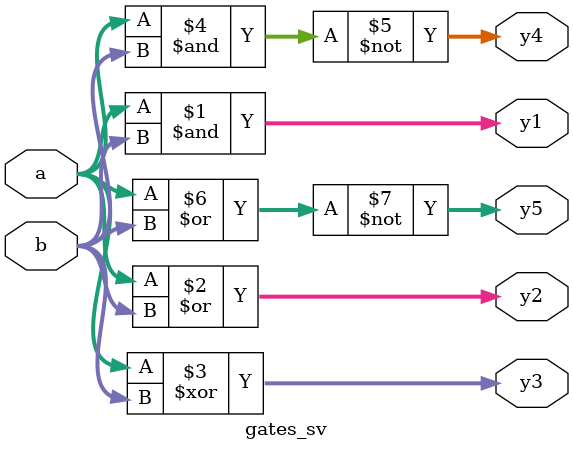
<source format=sv>
module gates_sv
(
input logic [3:0] a, b,
output logic [3:0] y1, y2, y3, y4, y5
);
/*five different two-input logic
gates acting on 4-bit busses */
    assign y1 = a & b; // AND
    assign y2 = a | b; // OR
    assign y3 = a ^ b; // XOR
    assign y4 = ~(a & b); // NAND
    assign y5 = ~(a |b); // NOR
endmodule
</source>
